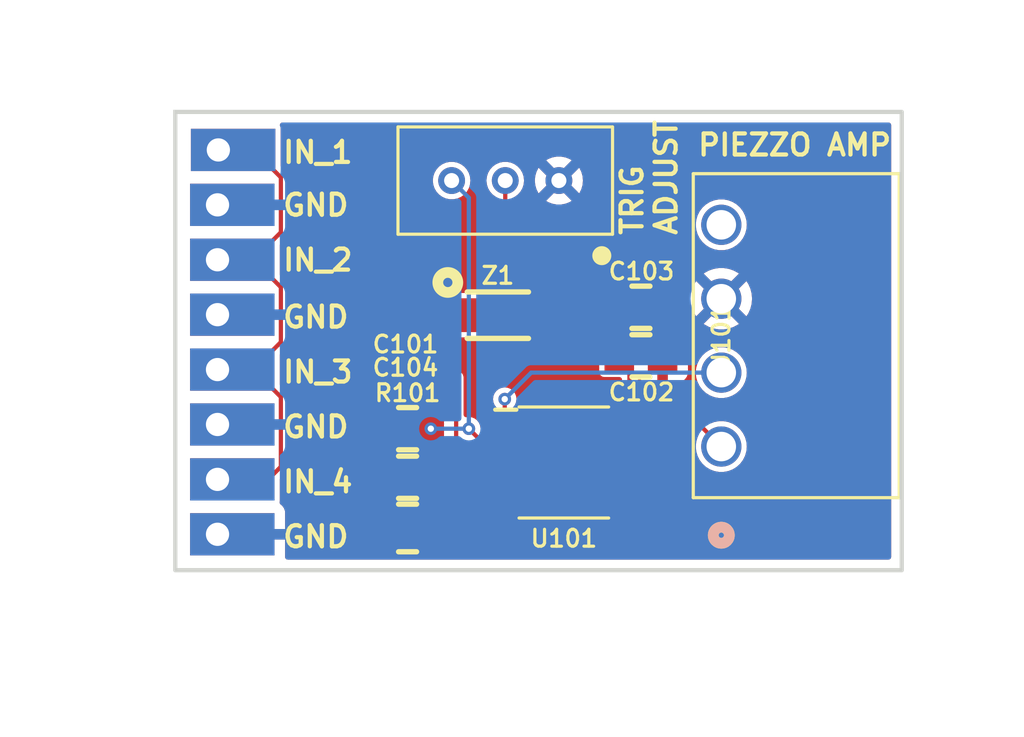
<source format=kicad_pcb>
(kicad_pcb (version 20240108) (generator "pcbnew") (generator_version "8.0")
  (layers (0 "F.Cu" signal) (31 "B.Cu" signal) (34 "B.Paste" user) (35 "F.Paste" user) (36 "B.SilkS" user "B.Silkscreen") (37 "F.SilkS" user "F.Silkscreen") (38 "B.Mask" user) (39 "F.Mask" user) (44 "Edge.Cuts" user))
  (net 0 "")
  (net 1 "DGND")
  (net 2 "Net-(C101-Pad2)")
  (net 3 "5V")
  (net 4 "Net-(TP101-TP)")
  (net 5 "/OUT")
  (footprint "Resistors:67W" (layer "F.Cu") (at 150.425 73.75 180)
    (property "Reference" "VR101" (hide yes))
    (property "Value" "67WR10KLF" (hide yes))
    (fp_line (start 5.08 2.54) (end -5.08 2.54) (stroke (width 0.15)) (layer "F.SilkS"))
    (fp_line (start 5.08 -2.54) (end 5.08 2.54) (stroke (width 0.15)) (layer "F.SilkS"))
    (fp_line (start -5.08 2.54) (end -5.08 -2.54) (stroke (width 0.15)) (layer "F.SilkS"))
    (fp_line (start -5.08 -2.54) (end 5.08 -2.54) (stroke (width 0.15)) (layer "F.SilkS"))
    (fp_circle (center -4.572 -3.556) (end -4.272 -3.556) (stroke (width 0.3)) (fill solid) (layer "F.SilkS"))
    (pad "1" thru_hole circle (at -2.54 0 180) (size 1.27 1.27) (drill 0.7112) (layers "*.Cu" "*.Mask") (net 1 "DGND"))
    (pad "2" thru_hole circle (at 0 0 180) (size 1.27 1.27) (drill 0.7112) (layers "*.Cu" "*.Mask") (net 3 "5V"))
    (pad "3" thru_hole circle (at 2.54 0 180) (size 1.27 1.27) (drill 0.7112) (layers "*.Cu" "*.Mask") (net 2 "Net-(C101-Pad2)"))
  )
  (footprint "Capacitors:C0805" (layer "F.Cu") (at 144.775 87.8)
    (property "Reference" "C104" (at 0.925 -5.195 0) (layer "F.SilkS") (effects (font (size 0.8 0.8))))
    (property "Value" "885012207098" (hide yes))
    (fp_line (start 0.6 -1) (end 1.45 -1) (stroke (width 0.254)) (layer "F.SilkS"))
    (fp_line (start 0.6 1) (end 1.45 1) (stroke (width 0.254)) (layer "F.SilkS"))
    (pad "1" smd rect (at 0 0) (size 1.4 1.5) (layers "F.Cu" "F.Paste" "F.Mask") (net 1 "DGND"))
    (pad "2" smd rect (at 2.05 0) (size 1.4 1.5) (layers "F.Cu" "F.Paste" "F.Mask") (net 4 "Net-(TP101-TP)"))
  )
  (footprint "Assembly:IC8_TLV9302IDR_TEX" (layer "F.Cu") (at 153.2 87.1)
    (property "Reference" "U101" (at 0 3.6 0) (layer "F.SilkS") (effects (font (size 0.8 0.8))))
    (property "Value" "TLV9302IDR")
    (fp_line (start -2.25 -2.5) (end -3.25 -2.5) (stroke (width 0.2)) (layer "F.SilkS"))
    (fp_line (start -2.1209 2.6289) (end 2.1209 2.6289) (stroke (width 0.1524)) (layer "F.SilkS"))
    (fp_line (start 2.1209 -2.6289) (end -2.1209 -2.6289) (stroke (width 0.1524)) (layer "F.SilkS"))
    (pad "1" smd rect (at -2.72415 -1.905) (size 1.4605 0.5588) (layers "F.Cu" "F.Paste" "F.Mask") (net 5 "/OUT"))
    (pad "2" smd rect (at -2.72415 -0.635) (size 1.4605 0.5588) (layers "F.Cu" "F.Paste" "F.Mask") (net 2 "Net-(C101-Pad2)"))
    (pad "3" smd rect (at -2.72415 0.635) (size 1.4605 0.5588) (layers "F.Cu" "F.Paste" "F.Mask") (net 4 "Net-(TP101-TP)"))
    (pad "4" smd rect (at -2.72415 1.905) (size 1.4605 0.5588) (layers "F.Cu" "F.Paste" "F.Mask") (net 1 "DGND"))
    (pad "5" smd rect (at 2.72415 1.905) (size 1.4605 0.5588) (layers "F.Cu" "F.Paste" "F.Mask"))
    (pad "6" smd rect (at 2.72415 0.635) (size 1.4605 0.5588) (layers "F.Cu" "F.Paste" "F.Mask"))
    (pad "7" smd rect (at 2.72415 -0.635) (size 1.4605 0.5588) (layers "F.Cu" "F.Paste" "F.Mask"))
    (pad "8" smd rect (at 2.72415 -1.905) (size 1.4605 0.5588) (layers "F.Cu" "F.Paste" "F.Mask") (net 3 "5V"))
  )
  (footprint "Connectors:Keystone_5001" (layer "F.Cu") (at 136.8 85.3)
    (property "Reference" "TP107" (hide yes))
    (property "Value" "Test_Point_THM" (hide yes))
    (pad "1" thru_hole rect (at 0 0) (size 4 2) (drill 1.1 (offset 0.7 0)) (layers "*.Cu" "*.Mask") (net 1 "DGND"))
  )
  (footprint "Connectors:Keystone_5001" (layer "F.Cu") (at 136.8 90.5)
    (property "Reference" "TP108" (hide yes))
    (property "Value" "Test_Point_THM" (hide yes))
    (pad "1" thru_hole rect (at 0 0) (size 4 2) (drill 1.1 (offset 0.7 0)) (layers "*.Cu" "*.Mask") (net 1 "DGND"))
  )
  (footprint "Resistors:R0805" (layer "F.Cu") (at 144.775 90.2)
    (property "Reference" "R101" (at 1.025 -6.39 0) (layer "F.SilkS") (effects (font (size 0.8 0.8))))
    (property "Value" "RC0805JR-0710KL" (hide yes))
    (fp_line (start 0.6 -1.127) (end 1.45 -1.127) (stroke (width 0.254)) (layer "F.SilkS"))
    (fp_line (start 0.6 1.127) (end 1.45 1.127) (stroke (width 0.254)) (layer "F.SilkS"))
    (pad "1" smd rect (at 0 0) (size 1.4 1.5) (layers "F.Cu" "F.Paste" "F.Mask") (net 1 "DGND"))
    (pad "2" smd rect (at 2.05 0) (size 1.4 1.5) (layers "F.Cu" "F.Paste" "F.Mask") (net 4 "Net-(TP101-TP)"))
  )
  (footprint "Connectors:Keystone_5001" (layer "F.Cu") (at 136.8 87.9)
    (property "Reference" "TP104" (hide yes))
    (property "Value" "Test_Point_THM" (hide yes))
    (pad "1" thru_hole rect (at 0 0) (size 4 2) (drill 1.1 (offset 0.7 0)) (layers "*.Cu" "*.Mask") (net 4 "Net-(TP101-TP)"))
  )
  (footprint "Diodes:SOD-123FL" (layer "F.Cu") (at 150.075 80.125)
    (property "Reference" "Z1" (at 0 -1.875 0) (layer "F.SilkS") (effects (font (size 0.8 0.8))))
    (property "Value" "MMSZ5231B" (hide yes))
    (fp_line (start -1.45 1.1) (end 1.45 1.1) (stroke (width 0.254)) (layer "F.SilkS"))
    (fp_line (start 1.45 -1.1) (end -1.45 -1.1) (stroke (width 0.254)) (layer "F.SilkS"))
    (fp_circle (center -2.37 -1.55) (end -2.18 -1.66) (stroke (width 0.508)) (fill none) (layer "F.SilkS"))
    (pad "1" smd rect (at -1.85 0) (size 2 1.6) (layers "F.Cu" "F.Paste" "F.Mask") (net 4 "Net-(TP101-TP)"))
    (pad "2" smd rect (at 1.85 0) (size 2 1.6) (layers "F.Cu" "F.Paste" "F.Mask") (net 1 "DGND"))
  )
  (footprint "Connectors:Keystone_5001" (layer "F.Cu") (at 136.8 74.9)
    (property "Reference" "TP105" (hide yes))
    (property "Value" "Test_Point_THM" (hide yes))
    (pad "1" thru_hole rect (at 0 0) (size 4 2) (drill 1.1 (offset 0.7 0)) (layers "*.Cu" "*.Mask") (net 1 "DGND"))
  )
  (footprint "Capacitors:C0805" (layer "F.Cu") (at 144.775 85.5)
    (property "Reference" "C101" (at 0.925 -3.995 0) (layer "F.SilkS") (effects (font (size 0.8 0.8))))
    (property "Value" "885012207098" (hide yes))
    (fp_line (start 0.6 -1) (end 1.45 -1) (stroke (width 0.254)) (layer "F.SilkS"))
    (fp_line (start 0.6 1) (end 1.45 1) (stroke (width 0.254)) (layer "F.SilkS"))
    (pad "1" smd rect (at 0 0) (size 1.4 1.5) (layers "F.Cu" "F.Paste" "F.Mask") (net 1 "DGND"))
    (pad "2" smd rect (at 2.05 0) (size 1.4 1.5) (layers "F.Cu" "F.Paste" "F.Mask") (net 2 "Net-(C101-Pad2)"))
  )
  (footprint "Connectors:Keystone_5001" (layer "F.Cu") (at 136.84 72.3)
    (property "Reference" "TP101" (hide yes))
    (property "Value" "Test_Point_THM" (hide yes))
    (pad "1" thru_hole rect (at 0 0) (size 4 2) (drill 1.1 (offset 0.7 0)) (layers "*.Cu" "*.Mask") (net 4 "Net-(TP101-TP)"))
  )
  (footprint "Connectors:Keystone_5001" (layer "F.Cu") (at 136.8 82.7)
    (property "Reference" "TP103" (hide yes))
    (property "Value" "Test_Point_THM" (hide yes))
    (pad "1" thru_hole rect (at 0 0) (size 4 2) (drill 1.1 (offset 0.7 0)) (layers "*.Cu" "*.Mask") (net 4 "Net-(TP101-TP)"))
  )
  (footprint "Capacitors:C0805" (layer "F.Cu") (at 157.875 79.75 180)
    (property "Reference" "C103" (at 1 1.7 180) (layer "F.SilkS") (effects (font (size 0.8 0.8))))
    (property "Value" "885012107015" (hide yes))
    (fp_line (start 0.6 1) (end 1.45 1) (stroke (width 0.254)) (layer "F.SilkS"))
    (fp_line (start 0.6 -1) (end 1.45 -1) (stroke (width 0.254)) (layer "F.SilkS"))
    (pad "1" smd rect (at 0 0 180) (size 1.4 1.5) (layers "F.Cu" "F.Paste" "F.Mask") (net 1 "DGND"))
    (pad "2" smd rect (at 2.05 0 180) (size 1.4 1.5) (layers "F.Cu" "F.Paste" "F.Mask") (net 3 "5V"))
  )
  (footprint "Connectors:CONN4_1155650000_TEC" (layer "F.Cu") (at 160.6551 86.3451 90)
    (property "Reference" "J101" (at 5.25 0 90) (layer "F.SilkS") (effects (font (size 0.8 0.8))))
    (property "Value" "2350514-4")
    (fp_circle (center -4.1988 0) (end -3.8178 0) (stroke (width 0.508)) (fill none) (layer "B.SilkS"))
    (fp_line (start 12.9208 -1.327) (end -2.4208 -1.327) (stroke (width 0.1524)) (layer "F.SilkS"))
    (fp_line (start -2.4208 -1.327) (end -2.4208 8.4266) (stroke (width 0.1524)) (layer "F.SilkS"))
    (fp_line (start 12.9208 8.4266) (end 12.9208 -1.327) (stroke (width 0.1524)) (layer "F.SilkS"))
    (fp_line (start -2.4208 8.4266) (end 12.9208 8.4266) (stroke (width 0.1524)) (layer "F.SilkS"))
    (fp_circle (center -4.1988 0) (end -3.8178 0) (stroke (width 0.508)) (fill none) (layer "F.SilkS"))
    (pad "1" thru_hole circle (at 0 0 90) (size 1.905 1.905) (drill 1.397) (layers "*.Cu" "*.Mask") (net 3 "5V"))
    (pad "2" thru_hole circle (at 3.500001 0 90) (size 1.905 1.905) (drill 1.397) (layers "*.Cu" "*.Mask") (net 5 "/OUT"))
    (pad "3" thru_hole circle (at 7.000001 0 90) (size 1.905 1.905) (drill 1.397) (layers "*.Cu" "*.Mask") (net 1 "DGND"))
    (pad "4" thru_hole circle (at 10.500002 0 90) (size 1.905 1.905) (drill 1.397) (layers "*.Cu" "*.Mask"))
  )
  (footprint "Capacitors:C0805" (layer "F.Cu") (at 157.875 82.05 180)
    (property "Reference" "C102" (at 1 -1.725 180) (layer "F.SilkS") (effects (font (size 0.8 0.8))))
    (property "Value" "885012207098" (hide yes))
    (fp_line (start 0.6 1) (end 1.45 1) (stroke (width 0.254)) (layer "F.SilkS"))
    (fp_line (start 0.6 -1) (end 1.45 -1) (stroke (width 0.254)) (layer "F.SilkS"))
    (pad "1" smd rect (at 0 0 180) (size 1.4 1.5) (layers "F.Cu" "F.Paste" "F.Mask") (net 1 "DGND"))
    (pad "2" smd rect (at 2.05 0 180) (size 1.4 1.5) (layers "F.Cu" "F.Paste" "F.Mask") (net 3 "5V"))
  )
  (footprint "Connectors:Keystone_5001" (layer "F.Cu") (at 136.8 80.1)
    (property "Reference" "TP106" (hide yes))
    (property "Value" "Test_Point_THM" (hide yes))
    (pad "1" thru_hole rect (at 0 0) (size 4 2) (drill 1.1 (offset 0.7 0)) (layers "*.Cu" "*.Mask") (net 1 "DGND"))
  )
  (footprint "Connectors:Keystone_5001" (layer "F.Cu") (at 136.8 77.5)
    (property "Reference" "TP102" (hide yes))
    (property "Value" "Test_Point_THM" (hide yes))
    (pad "1" thru_hole rect (at 0 0) (size 4 2) (drill 1.1 (offset 0.7 0)) (layers "*.Cu" "*.Mask") (net 4 "Net-(TP101-TP)"))
  )
  (gr_rect (start 134.8 70.5) (end 169.2 92.2) (stroke (width 0.2)) (fill none) (layer "Edge.Cuts"))
  (gr_text "IN_4" (at 139.8 88.6 0) (layer "F.SilkS") (effects (font (size 1 1) (thickness 0.2) (bold yes)) (justify left bottom)))
  (gr_text "TRIG\nADJUST" (at 158.625 76.425 90) (layer "F.SilkS") (effects (font (size 1 1) (thickness 0.2) (bold yes)) (justify left bottom)))
  (gr_text "IN_1" (at 139.8 73 0) (layer "F.SilkS") (effects (font (size 1 1) (thickness 0.2) (bold yes)) (justify left bottom)))
  (gr_text "GND" (at 139.8 75.5 0) (layer "F.SilkS") (effects (font (size 1 1) (thickness 0.2) (bold yes)) (justify left bottom)))
  (gr_text "GND" (at 139.8 86 0) (layer "F.SilkS") (effects (font (size 1 1) (thickness 0.2) (bold yes)) (justify left bottom)))
  (gr_text "PIEZZO AMP" (at 159.45 72.65 0) (layer "F.SilkS") (effects (font (size 1 1) (thickness 0.2) (bold yes)) (justify left bottom)))
  (gr_text "GND" (at 139.8 91.2 0) (layer "F.SilkS") (effects (font (size 1 1) (thickness 0.2) (bold yes)) (justify left bottom)))
  (gr_text "IN_3" (at 139.8 83.4 0) (layer "F.SilkS") (effects (font (size 1 1) (thickness 0.2) (bold yes)) (justify left bottom)))
  (gr_text "IN_2" (at 139.8 78.1 0) (layer "F.SilkS") (effects (font (size 1 1) (thickness 0.2) (bold yes)) (justify left bottom)))
  (gr_text "GND" (at 139.8 80.8 0) (layer "F.SilkS") (effects (font (size 1 1) (thickness 0.2) (bold yes)) (justify left bottom)))
  (segment (start 149.665 86.465) (end 150.47585 86.465) (width 0.2) (layer "F.Cu") (net 2))
  (segment (start 148.7 85.5) (end 149.665 86.465) (width 0.2) (layer "F.Cu") (net 2))
  (via (at 148.7 85.5) (size 0.6) (drill 0.3) (layers "F.Cu" "B.Cu") (net 2))
  (via (at 146.9 85.5) (size 0.6) (drill 0.3) (layers "F.Cu" "B.Cu") (net 2))
  (segment (start 148.7 85.5) (end 148.7 74.565) (width 0.2) (layer "B.Cu") (net 2))
  (segment (start 148.7 85.5) (end 146.9 85.5) (width 0.2) (layer "B.Cu") (net 2))
  (segment (start 148.7 74.565) (end 147.885 73.75) (width 0.2) (layer "B.Cu") (net 2))
  (segment (start 155.825 79.75) (end 155.825 82.05) (width 0.2) (layer "F.Cu") (net 3))
  (segment (start 156.305 83.7) (end 157.8 85.195) (width 0.2) (layer "F.Cu") (net 3))
  (segment (start 150.425 75.5) (end 154.675 79.75) (width 0.2) (layer "F.Cu") (net 3))
  (segment (start 159.505 85.195) (end 155.92415 85.195) (width 0.2) (layer "F.Cu") (net 3))
  (segment (start 156.305 82.53) (end 156.305 83.7) (width 0.2) (layer "F.Cu") (net 3))
  (segment (start 155.825 82.05) (end 156.305 82.53) (width 0.2) (layer "F.Cu") (net 3))
  (segment (start 160.6551 86.3451) (end 159.505 85.195) (width 0.2) (layer "F.Cu") (net 3))
  (segment (start 154.675 79.75) (end 155.825 79.75) (width 0.2) (layer "F.Cu") (net 3))
  (segment (start 150.425 73.75) (end 150.425 75.5) (width 0.2) (layer "F.Cu") (net 3))
  (segment (start 139.8 81.4) (end 138.5 82.7) (width 0.2) (layer "F.Cu") (net 4))
  (segment (start 139.8 76.2) (end 138.5 77.5) (width 0.2) (layer "F.Cu") (net 4))
  (segment (start 136.8 77.5) (end 138.5 77.5) (width 0.2) (layer "F.Cu") (net 4))
  (segment (start 149.535 87.735) (end 150.47585 87.735) (width 0.2) (layer "F.Cu") (net 4))
  (segment (start 145.1 80.1) (end 148.1 83.1) (width 0.2) (layer "F.Cu") (net 4))
  (segment (start 148.75 86.95) (end 147.9 87.8) (width 0.2) (layer "F.Cu") (net 4))
  (segment (start 138.5 72.3) (end 139.8 73.6) (width 0.2) (layer "F.Cu") (net 4))
  (segment (start 146.825 87.8) (end 146.825 90.2) (width 0.2) (layer "F.Cu") (net 4))
  (segment (start 148.225 80.125) (end 148.2 80.1) (width 0.2) (layer "F.Cu") (net 4))
  (segment (start 138.5 77.5) (end 139.8 78.8) (width 0.2) (layer "F.Cu") (net 4))
  (segment (start 139.8 73.6) (end 139.8 76.2) (width 0.2) (layer "F.Cu") (net 4))
  (segment (start 139.8 80.1) (end 145.1 80.1) (width 0.2) (layer "F.Cu") (net 4))
  (segment (start 139.2 87.9) (end 136.8 87.9) (width 0.2) (layer "F.Cu") (net 4))
  (segment (start 139.8 84) (end 139.8 87.3) (width 0.2) (layer "F.Cu") (net 4))
  (segment (start 148.1 86.3) (end 149.535 87.735) (width 0.2) (layer "F.Cu") (net 4))
  (segment (start 139.8 87.3) (end 139.2 87.9) (width 0.2) (layer "F.Cu") (net 4))
  (segment (start 139.8 80.1) (end 139.8 81.4) (width 0.2) (layer "F.Cu") (net 4))
  (segment (start 136.84 72.3) (end 138.5 72.3) (width 0.2) (layer "F.Cu") (net 4))
  (segment (start 148.2 80.1) (end 145.1 80.1) (width 0.2) (layer "F.Cu") (net 4))
  (segment (start 148.1 83.1) (end 148.1 86.3) (width 0.2) (layer "F.Cu") (net 4))
  (segment (start 136.8 82.7) (end 138.5 82.7) (width 0.2) (layer "F.Cu") (net 4))
  (segment (start 139.8 78.8) (end 139.8 80.1) (width 0.2) (layer "F.Cu") (net 4))
  (segment (start 147.9 87.8) (end 146.825 87.8) (width 0.2) (layer "F.Cu") (net 4))
  (segment (start 138.5 82.7) (end 139.8 84) (width 0.2) (layer "F.Cu") (net 4))
  (segment (start 148.55 86.75) (end 148.75 86.95) (width 0.2) (layer "F.Cu") (net 4))
  (segment (start 150.4 85.11915) (end 150.47585 85.195) (width 0.2) (layer "F.Cu") (net 5))
  (segment (start 150.4 84.1) (end 150.4 85.11915) (width 0.2) (layer "F.Cu") (net 5))
  (via (at 150.4 84.1) (size 0.6) (drill 0.3) (layers "F.Cu" "B.Cu") (net 5))
  (segment (start 151.6549 82.8451) (end 150.4 84.1) (width 0.2) (layer "B.Cu") (net 5))
  (segment (start 160.6551 82.8451) (end 151.6549 82.8451) (width 0.2) (layer "B.Cu") (net 5))
  (zone (net 1) (net_name "DGND") (layers "F&B.Cu") (connect_pads (clearance 0.25)) (min_thickness 0.25) (fill yes (thermal_gap 0.5) (thermal_bridge_width 0.5))
    (polygon (pts (xy 129.7 66.3) (xy 173.6 65.2) (xy 175 99.3) (xy 133.4 100.1) (xy 126.5 98.3)))
  )
)
</source>
